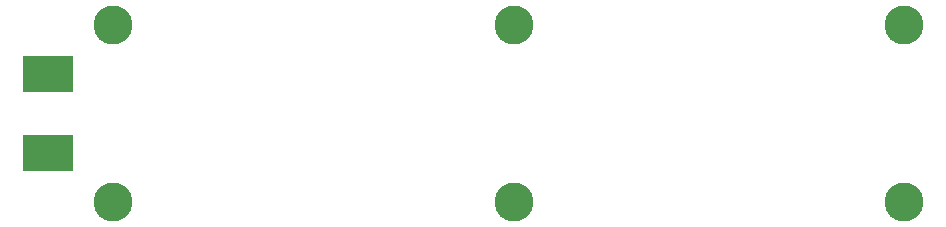
<source format=gbr>
G04 #@! TF.GenerationSoftware,KiCad,Pcbnew,7.0.1*
G04 #@! TF.CreationDate,2023-05-15T13:56:14-06:00*
G04 #@! TF.ProjectId,H-field_RF_probe,482d6669-656c-4645-9f52-465f70726f62,rev?*
G04 #@! TF.SameCoordinates,Original*
G04 #@! TF.FileFunction,Soldermask,Bot*
G04 #@! TF.FilePolarity,Negative*
%FSLAX46Y46*%
G04 Gerber Fmt 4.6, Leading zero omitted, Abs format (unit mm)*
G04 Created by KiCad (PCBNEW 7.0.1) date 2023-05-15 13:56:14*
%MOMM*%
%LPD*%
G01*
G04 APERTURE LIST*
G04 Aperture macros list*
%AMRoundRect*
0 Rectangle with rounded corners*
0 $1 Rounding radius*
0 $2 $3 $4 $5 $6 $7 $8 $9 X,Y pos of 4 corners*
0 Add a 4 corners polygon primitive as box body*
4,1,4,$2,$3,$4,$5,$6,$7,$8,$9,$2,$3,0*
0 Add four circle primitives for the rounded corners*
1,1,$1+$1,$2,$3*
1,1,$1+$1,$4,$5*
1,1,$1+$1,$6,$7*
1,1,$1+$1,$8,$9*
0 Add four rect primitives between the rounded corners*
20,1,$1+$1,$2,$3,$4,$5,0*
20,1,$1+$1,$4,$5,$6,$7,0*
20,1,$1+$1,$6,$7,$8,$9,0*
20,1,$1+$1,$8,$9,$2,$3,0*%
G04 Aperture macros list end*
%ADD10RoundRect,0.051000X2.095000X-1.500000X2.095000X1.500000X-2.095000X1.500000X-2.095000X-1.500000X0*%
%ADD11C,3.302000*%
G04 APERTURE END LIST*
D10*
X102500000Y-68825000D03*
X102500000Y-62175000D03*
D11*
X142000000Y-58000000D03*
X108000000Y-58000000D03*
X175000000Y-73000000D03*
X175000000Y-58000000D03*
X142000000Y-73000000D03*
X108000000Y-73000000D03*
M02*

</source>
